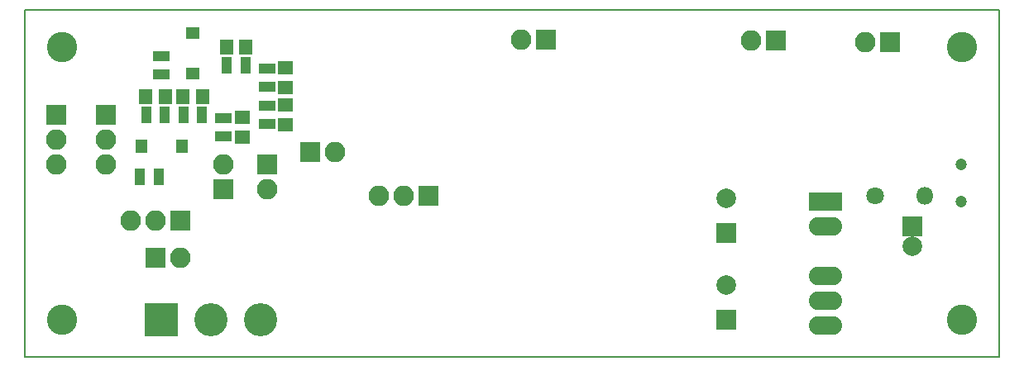
<source format=gbr>
G04 #@! TF.FileFunction,Soldermask,Bot*
%FSLAX46Y46*%
G04 Gerber Fmt 4.6, Leading zero omitted, Abs format (unit mm)*
G04 Created by KiCad (PCBNEW 4.0.7) date 03/18/18 13:51:34*
%MOMM*%
%LPD*%
G01*
G04 APERTURE LIST*
%ADD10C,0.100000*%
%ADD11C,0.150000*%
%ADD12R,2.100000X2.100000*%
%ADD13O,2.100000X2.100000*%
%ADD14C,3.100000*%
%ADD15R,2.000000X2.000000*%
%ADD16C,2.000000*%
%ADD17R,1.650000X1.400000*%
%ADD18R,1.400000X1.650000*%
%ADD19R,1.250000X1.400000*%
%ADD20R,1.400000X1.250000*%
%ADD21R,1.700000X1.100000*%
%ADD22R,1.100000X1.700000*%
%ADD23R,3.400000X1.900000*%
%ADD24O,3.400000X1.900000*%
%ADD25R,3.400000X3.400000*%
%ADD26C,3.400000*%
%ADD27C,1.200000*%
%ADD28C,1.800000*%
%ADD29O,1.800000X1.800000*%
G04 APERTURE END LIST*
D10*
D11*
X19050000Y-19050000D02*
X19050000Y-54610000D01*
X118745000Y-19050000D02*
X19050000Y-19050000D01*
X118745000Y-54610000D02*
X118745000Y-19050000D01*
X19050000Y-54610000D02*
X118745000Y-54610000D01*
D12*
X60325000Y-38100000D03*
D13*
X57785000Y-38100000D03*
X55245000Y-38100000D03*
D14*
X114935000Y-50800000D03*
X22860000Y-50800000D03*
X22860000Y-22860000D03*
D15*
X109855000Y-41275000D03*
D16*
X109855000Y-43275000D03*
D15*
X90805000Y-50800000D03*
D16*
X90805000Y-47300000D03*
D15*
X90805000Y-41910000D03*
D16*
X90805000Y-38410000D03*
D17*
X41275000Y-30115000D03*
X41275000Y-32115000D03*
X45720000Y-28845000D03*
X45720000Y-30845000D03*
D18*
X35195000Y-27940000D03*
X37195000Y-27940000D03*
D17*
X45720000Y-25035000D03*
X45720000Y-27035000D03*
D18*
X31385000Y-27940000D03*
X33385000Y-27940000D03*
X39640000Y-22860000D03*
X41640000Y-22860000D03*
D19*
X35095000Y-33020000D03*
X30945000Y-33020000D03*
D20*
X36195000Y-25570000D03*
X36195000Y-21420000D03*
D12*
X32385000Y-44450000D03*
D13*
X34925000Y-44450000D03*
D12*
X34925000Y-40640000D03*
D13*
X32385000Y-40640000D03*
X29845000Y-40640000D03*
D12*
X39370000Y-37465000D03*
D13*
X39370000Y-34925000D03*
D12*
X43815000Y-34925000D03*
D13*
X43815000Y-37465000D03*
D12*
X27305000Y-29845000D03*
D13*
X27305000Y-32385000D03*
X27305000Y-34925000D03*
D12*
X22225000Y-29845000D03*
D13*
X22225000Y-32385000D03*
X22225000Y-34925000D03*
D12*
X48260000Y-33655000D03*
D13*
X50800000Y-33655000D03*
D21*
X39370000Y-30165000D03*
X39370000Y-32065000D03*
X43815000Y-28895000D03*
X43815000Y-30795000D03*
D22*
X35245000Y-29845000D03*
X37145000Y-29845000D03*
D21*
X43815000Y-25085000D03*
X43815000Y-26985000D03*
D22*
X31435000Y-29845000D03*
X33335000Y-29845000D03*
X39690000Y-24765000D03*
X41590000Y-24765000D03*
X32700000Y-36195000D03*
X30800000Y-36195000D03*
D21*
X33020000Y-25715000D03*
X33020000Y-23815000D03*
D23*
X100965000Y-38735000D03*
D24*
X100965000Y-41275000D03*
X100965000Y-46355000D03*
X100965000Y-48895000D03*
X100965000Y-51435000D03*
D25*
X33020000Y-50800000D03*
D26*
X38100000Y-50800000D03*
X43180000Y-50800000D03*
D27*
X114865000Y-34930000D03*
X114865000Y-38730000D03*
D12*
X72390000Y-22098000D03*
D13*
X69850000Y-22098000D03*
D12*
X95885000Y-22225000D03*
D13*
X93345000Y-22225000D03*
D12*
X107569000Y-22352000D03*
D13*
X105029000Y-22352000D03*
D14*
X114935000Y-22860000D03*
D28*
X106045000Y-38100000D03*
D29*
X111125000Y-38100000D03*
M02*

</source>
